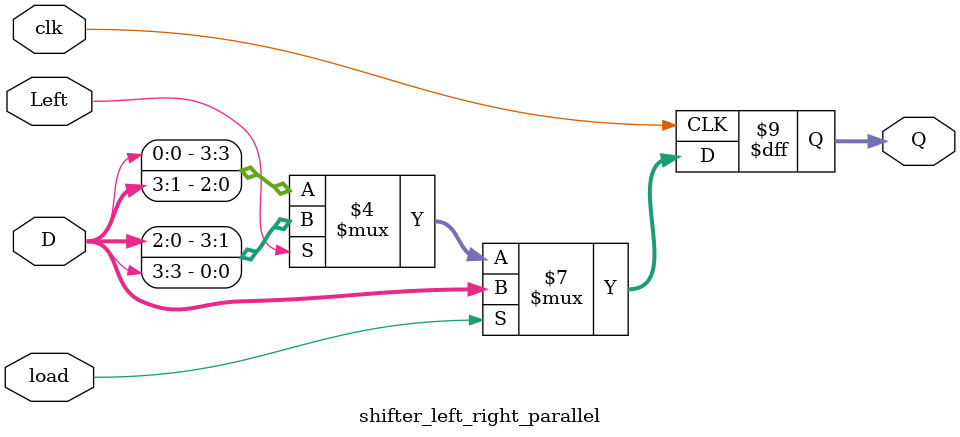
<source format=v>
`timescale 1ns / 1ps


module shifter_left_right_parallel(
    input clk,
    input Left,
    input load,
    input [3:0] D,
    output reg [3:0] Q = 0
    );
    
    always @(posedge clk)
        if(load)
            Q <= D;
        else if(Left)
            Q <= { D[2:0], D[3] };
        else 
            Q <= { D[0],  D[3:1] }; 
    
endmodule

</source>
